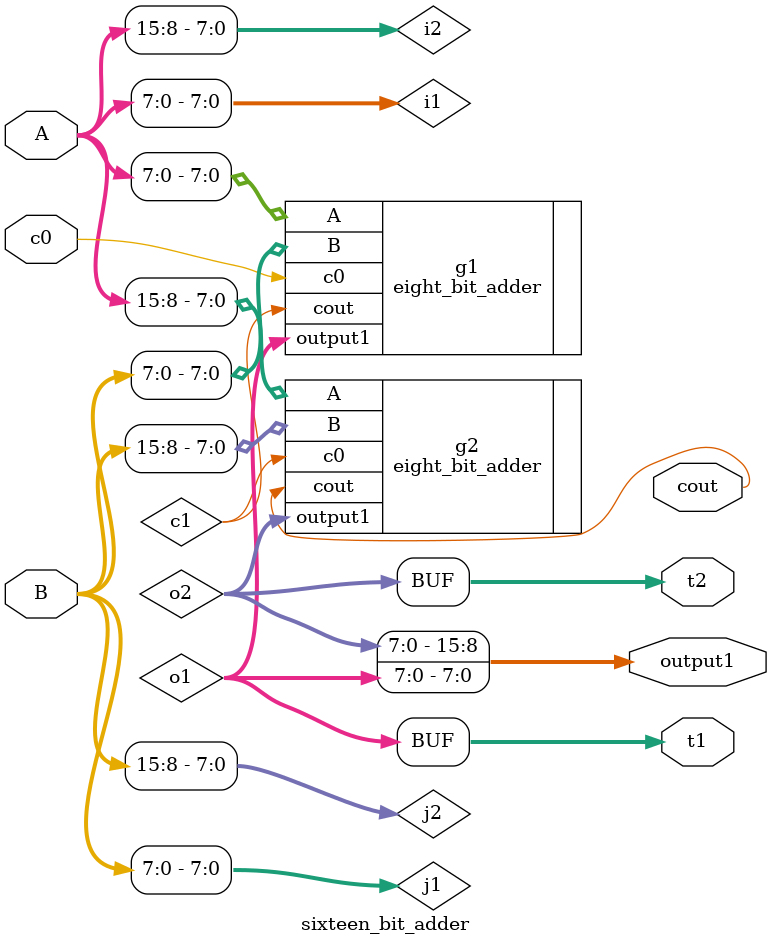
<source format=v>
`timescale 1ns / 1ps


module sixteen_bit_adder(
    input [15:0] A,
    input [15:0] B,
    input c0,
    output [15:0] output1,
    output cout,
    output [7:0] t1,
    output [7:0] t2
    
    );
    
    wire [7:0] i1, i2, j1, j2, o1, o2;
    wire c1;
    
    assign i1 = A[7:0];
    assign i2 = A[15:8];
    assign j1 = B[7:0];
    assign j2 = B[15:8];
    
    
    eight_bit_adder g1(.A(i1), .B(j1), .c0(c0), .output1(o1), .cout(c1));
    eight_bit_adder g2(.A(i2), .B(j2), .c0(c1), .output1(o2), .cout(cout));
     
    assign output1[7:0] = o1[7:0];
    assign output1[15:8] = o2[7:0];
    
    assign t1 = o1;
    assign t2 = o2;
    
    
    
    
endmodule

</source>
